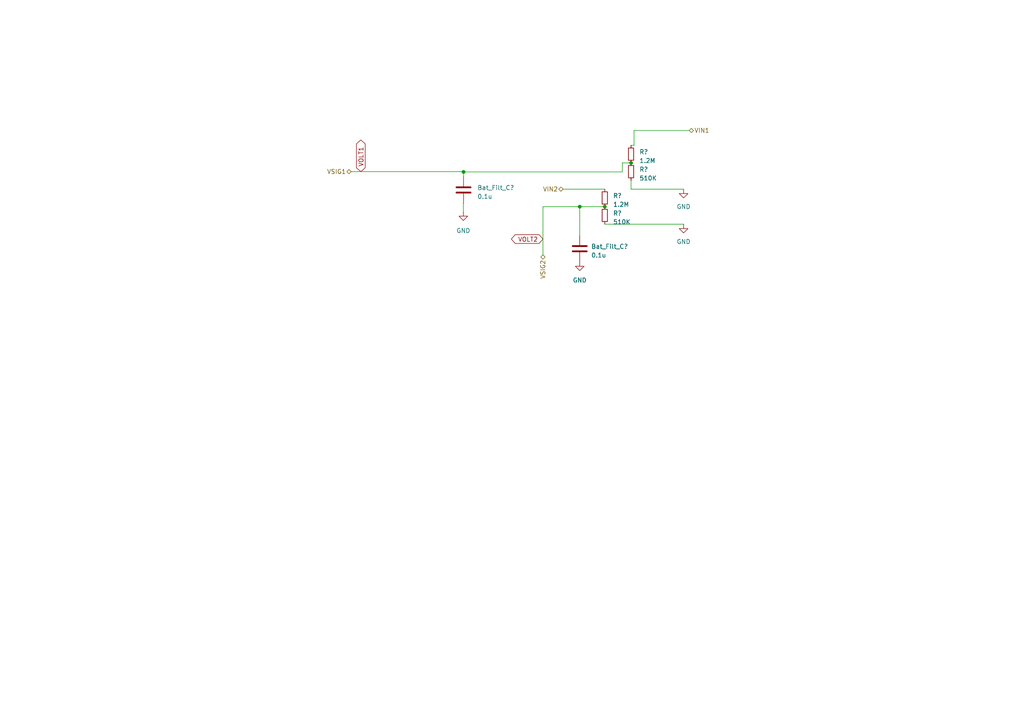
<source format=kicad_sch>
(kicad_sch (version 20230121) (generator eeschema)
  (paper "A4")
  (lib_symbols
    (symbol "Device:C" (pin_numbers hide) (pin_names (offset 0.254))
      (property "Reference" "C" (at 0.635 2.54 0))
      (property "Value" "C" (at 0.635 -2.54 0))
      (symbol "C_0_1"
        (polyline (pts (xy -2.032 -0.762) (xy 2.032 -0.762)) (stroke (width 0.508)))
        (polyline (pts (xy -2.032 0.762) (xy 2.032 0.762)) (stroke (width 0.508)))
      )
      (symbol "C_1_1"
        (pin passive line (at 0 3.81 270) (length 2.794) (name "~") (number "1"))
        (pin passive line (at 0 -3.81 90) (length 2.794) (name "~") (number "2"))
      )
    )
    (symbol "Device:R_Small" (pin_numbers hide) (pin_names (offset 0.254) hide)
      (property "Reference" "R" (at 0.762 0.508 0))
      (property "Value" "R_Small" (at 0.762 -1.016 0))
      (symbol "R_Small_0_1"
        (rectangle (start -0.762 1.778) (end 0.762 -1.778) (stroke (width 0.2032)))
      )
      (symbol "R_Small_1_1"
        (pin passive line (at 0 2.54 270) (length 0.762) (name "~") (number "1"))
        (pin passive line (at 0 -2.54 90) (length 0.762) (name "~") (number "2"))
      )
    )
    (symbol "power:GND" (power) (pin_names (offset 0))
      (property "Value" "GND" (at 0 -3.81 0))
      (symbol "GND_0_1"
        (polyline (pts (xy 0 0) (xy 0 -1.27) (xy 1.27 -1.27) (xy 0 -2.54) (xy -1.27 -1.27) (xy 0 -1.27)))
      )
      (symbol "GND_1_1"
        (pin power_in line (at 0 0 270) (length 0) hide (name "GND") (number "1"))
      )
    )
  )
  (junction (at 134.4422 49.8633))
  (junction (at 168.148 59.944))
  (junction (at 183.0324 47.244))
  (junction (at 175.4124 59.944))
  (wire (pts (xy 134.3914 58.9026) (xy 134.4422 58.9026)))
  (wire (pts (xy 157.48 73.914) (xy 157.48 59.944)))
  (wire (pts (xy 163.322 54.864) (xy 175.4124 54.864)))
  (wire (pts (xy 198.2724 65.024) (xy 175.4124 65.024)))
  (wire (pts (xy 101.854 49.784) (xy 134.4422 49.784)))
  (wire (pts (xy 180.4924 47.244) (xy 180.4924 49.8633)))
  (wire (pts (xy 134.3914 61.4172) (xy 134.3914 58.9026)))
  (wire (pts (xy 183.0324 54.864) (xy 198.2724 54.864)))
  (wire (pts (xy 134.4422 49.8633) (xy 134.4422 51.2826)))
  (wire (pts (xy 134.4422 49.784) (xy 134.4422 49.8633)))
  (wire (pts (xy 183.896 37.846) (xy 199.898 37.846)))
  (wire (pts (xy 183.896 42.164) (xy 183.0324 42.164)))
  (wire (pts (xy 168.148 59.944) (xy 168.148 68.326)))
  (wire (pts (xy 168.148 59.944) (xy 175.4124 59.944)))
  (wire (pts (xy 134.4422 49.8633) (xy 180.4924 49.8633)))
  (wire (pts (xy 183.896 37.846) (xy 183.896 42.164)))
  (wire (pts (xy 157.48 59.944) (xy 168.148 59.944)))
  (wire (pts (xy 180.4924 47.244) (xy 183.0324 47.244)))
  (wire (pts (xy 183.0324 52.324) (xy 183.0324 54.864)))
  (global_label "VOLT2" (shape bidirectional) (at 157.48 69.342 180) (property "Intersheetrefs" "${INTERSHEET_REFS}" (effects hide)))
  (global_label "VOLT1" (shape bidirectional) (at 104.648 49.784 90) (property "Intersheetrefs" "${INTERSHEET_REFS}" (effects hide)))
  (hierarchical_label "VIN2" (shape bidirectional) (at 163.322 54.864 180))
  (hierarchical_label "VIN1" (shape bidirectional) (at 199.898 37.846 0))
  (hierarchical_label "VSIG1" (shape bidirectional) (at 101.854 49.784 180))
  (hierarchical_label "VSIG2" (shape bidirectional) (at 157.48 73.914 270))
  (symbol (lib_id "Device:R_Small") (at 183.0324 49.784 0) (unit 1)
    (property "Reference" "R?" (at 185.42 49.149 0) (effects (justify left)))
    (property "Value" "510K" (at 185.42 51.689 0) (effects (justify left)))
    (property "Footprint" "Resistor_SMD:R_1206_3216Metric" (effects hide))
    (instances (project "rps01" (path "" (reference "R?") (unit 1)) (path "" (reference "R_P8") (unit 1))))
  )
  (symbol (lib_id "power:GND") (at 134.3914 61.4172 0) (unit 1)
    (property "Reference" "#PWR?" (effects hide))
    (property "Value" "GND" (at 134.3914 66.9036 0))
    (instances (project "rps01" (path "" (reference "#PWR?") (unit 1)) (path "" (reference "#PWR073") (unit 1))))
  )
  (symbol (lib_id "power:GND") (at 168.148 75.946 0) (unit 1)
    (property "Reference" "#PWR075" (effects hide))
    (property "Value" "GND" (at 168.148 81.28 0))
  )
  (symbol (lib_id "Device:R_Small") (at 175.4124 57.404 0) (unit 1)
    (property "Reference" "R?" (at 177.8 56.769 0) (effects (justify left)))
    (property "Value" "1.2M" (at 177.8 59.309 0) (effects (justify left)))
    (property "Footprint" "Resistor_SMD:R_1206_3216Metric" (effects hide))
    (instances (project "rps01" (path "" (reference "R?") (unit 1)) (path "" (reference "R_P9") (unit 1))))
  )
  (symbol (lib_id "power:GND") (at 198.2724 54.864 0) (unit 1)
    (property "Reference" "#PWR?" (effects hide))
    (property "Value" "GND" (at 198.2724 59.944 0))
    (instances (project "rps01" (path "" (reference "#PWR?") (unit 1)) (path "" (reference "#PWR072") (unit 1))))
  )
  (symbol (lib_id "Device:C") (at 168.148 72.136 0) (unit 1)
    (property "Reference" "Bat_Filt_C?" (at 171.45 71.501 0) (effects (justify left)))
    (property "Value" "0.1u" (at 171.45 74.041 0) (effects (justify left)))
    (property "Footprint" "Capacitor_SMD:C_0603_1608Metric" (effects hide))
    (instances (project "rps01" (path "" (reference "Bat_Filt_C?") (unit 1)) (path "" (reference "C21") (unit 1))))
  )
  (symbol (lib_id "Device:C") (at 134.4422 55.0926 0) (unit 1)
    (property "Reference" "Bat_Filt_C?" (at 138.43 54.4576 0) (effects (justify left)))
    (property "Value" "0.1u" (at 138.43 56.9976 0) (effects (justify left)))
    (property "Footprint" "Capacitor_SMD:C_0603_1608Metric" (effects hide))
    (instances (project "rps01" (path "" (reference "Bat_Filt_C?") (unit 1)) (path "" (reference "C20") (unit 1))))
  )
  (symbol (lib_id "power:GND") (at 198.2724 65.024 0) (unit 1)
    (property "Reference" "#PWR?" (effects hide))
    (property "Value" "GND" (at 198.2724 70.104 0))
    (instances (project "rps01" (path "" (reference "#PWR?") (unit 1)) (path "" (reference "#PWR074") (unit 1))))
  )
  (symbol (lib_id "Device:R_Small") (at 183.0324 44.704 0) (unit 1)
    (property "Reference" "R?" (at 185.42 44.069 0) (effects (justify left)))
    (property "Value" "1.2M" (at 185.42 46.609 0) (effects (justify left)))
    (property "Footprint" "Resistor_SMD:R_1206_3216Metric" (effects hide))
    (instances (project "rps01" (path "" (reference "R?") (unit 1)) (path "" (reference "R_P7") (unit 1))))
  )
  (symbol (lib_id "Device:R_Small") (at 175.4124 62.484 0) (unit 1)
    (property "Reference" "R?" (at 177.8 61.849 0) (effects (justify left)))
    (property "Value" "510K" (at 177.8 64.389 0) (effects (justify left)))
    (property "Footprint" "Resistor_SMD:R_1206_3216Metric" (effects hide))
    (instances (project "rps01" (path "" (reference "R?") (unit 1)) (path "" (reference "R_P10") (unit 1))))
  )
)
</source>
